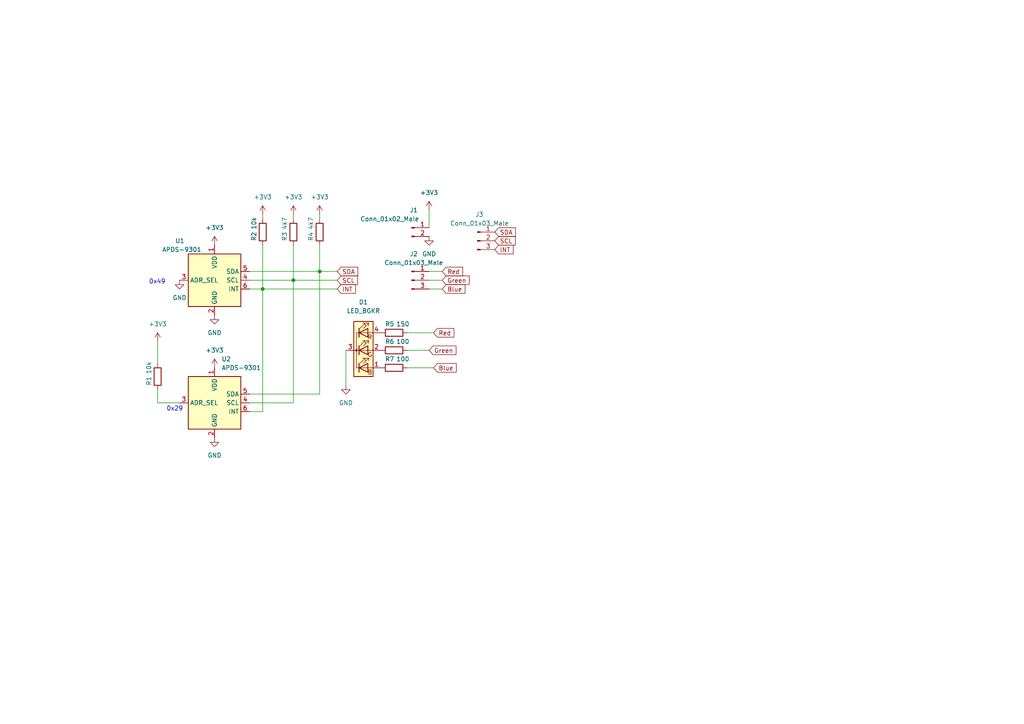
<source format=kicad_sch>
(kicad_sch (version 20211123) (generator eeschema)

  (uuid e63e39d7-6ac0-4ffd-8aa3-1841a4541b55)

  (paper "A4")

  (lib_symbols
    (symbol "Connector:Conn_01x02_Male" (pin_names (offset 1.016) hide) (in_bom yes) (on_board yes)
      (property "Reference" "J" (id 0) (at 0 2.54 0)
        (effects (font (size 1.27 1.27)))
      )
      (property "Value" "Conn_01x02_Male" (id 1) (at 0 -5.08 0)
        (effects (font (size 1.27 1.27)))
      )
      (property "Footprint" "" (id 2) (at 0 0 0)
        (effects (font (size 1.27 1.27)) hide)
      )
      (property "Datasheet" "~" (id 3) (at 0 0 0)
        (effects (font (size 1.27 1.27)) hide)
      )
      (property "ki_keywords" "connector" (id 4) (at 0 0 0)
        (effects (font (size 1.27 1.27)) hide)
      )
      (property "ki_description" "Generic connector, single row, 01x02, script generated (kicad-library-utils/schlib/autogen/connector/)" (id 5) (at 0 0 0)
        (effects (font (size 1.27 1.27)) hide)
      )
      (property "ki_fp_filters" "Connector*:*_1x??_*" (id 6) (at 0 0 0)
        (effects (font (size 1.27 1.27)) hide)
      )
      (symbol "Conn_01x02_Male_1_1"
        (polyline
          (pts
            (xy 1.27 -2.54)
            (xy 0.8636 -2.54)
          )
          (stroke (width 0.1524) (type default) (color 0 0 0 0))
          (fill (type none))
        )
        (polyline
          (pts
            (xy 1.27 0)
            (xy 0.8636 0)
          )
          (stroke (width 0.1524) (type default) (color 0 0 0 0))
          (fill (type none))
        )
        (rectangle (start 0.8636 -2.413) (end 0 -2.667)
          (stroke (width 0.1524) (type default) (color 0 0 0 0))
          (fill (type outline))
        )
        (rectangle (start 0.8636 0.127) (end 0 -0.127)
          (stroke (width 0.1524) (type default) (color 0 0 0 0))
          (fill (type outline))
        )
        (pin passive line (at 5.08 0 180) (length 3.81)
          (name "Pin_1" (effects (font (size 1.27 1.27))))
          (number "1" (effects (font (size 1.27 1.27))))
        )
        (pin passive line (at 5.08 -2.54 180) (length 3.81)
          (name "Pin_2" (effects (font (size 1.27 1.27))))
          (number "2" (effects (font (size 1.27 1.27))))
        )
      )
    )
    (symbol "Connector:Conn_01x03_Male" (pin_names (offset 1.016) hide) (in_bom yes) (on_board yes)
      (property "Reference" "J" (id 0) (at 0 5.08 0)
        (effects (font (size 1.27 1.27)))
      )
      (property "Value" "Conn_01x03_Male" (id 1) (at 0 -5.08 0)
        (effects (font (size 1.27 1.27)))
      )
      (property "Footprint" "" (id 2) (at 0 0 0)
        (effects (font (size 1.27 1.27)) hide)
      )
      (property "Datasheet" "~" (id 3) (at 0 0 0)
        (effects (font (size 1.27 1.27)) hide)
      )
      (property "ki_keywords" "connector" (id 4) (at 0 0 0)
        (effects (font (size 1.27 1.27)) hide)
      )
      (property "ki_description" "Generic connector, single row, 01x03, script generated (kicad-library-utils/schlib/autogen/connector/)" (id 5) (at 0 0 0)
        (effects (font (size 1.27 1.27)) hide)
      )
      (property "ki_fp_filters" "Connector*:*_1x??_*" (id 6) (at 0 0 0)
        (effects (font (size 1.27 1.27)) hide)
      )
      (symbol "Conn_01x03_Male_1_1"
        (polyline
          (pts
            (xy 1.27 -2.54)
            (xy 0.8636 -2.54)
          )
          (stroke (width 0.1524) (type default) (color 0 0 0 0))
          (fill (type none))
        )
        (polyline
          (pts
            (xy 1.27 0)
            (xy 0.8636 0)
          )
          (stroke (width 0.1524) (type default) (color 0 0 0 0))
          (fill (type none))
        )
        (polyline
          (pts
            (xy 1.27 2.54)
            (xy 0.8636 2.54)
          )
          (stroke (width 0.1524) (type default) (color 0 0 0 0))
          (fill (type none))
        )
        (rectangle (start 0.8636 -2.413) (end 0 -2.667)
          (stroke (width 0.1524) (type default) (color 0 0 0 0))
          (fill (type outline))
        )
        (rectangle (start 0.8636 0.127) (end 0 -0.127)
          (stroke (width 0.1524) (type default) (color 0 0 0 0))
          (fill (type outline))
        )
        (rectangle (start 0.8636 2.667) (end 0 2.413)
          (stroke (width 0.1524) (type default) (color 0 0 0 0))
          (fill (type outline))
        )
        (pin passive line (at 5.08 2.54 180) (length 3.81)
          (name "Pin_1" (effects (font (size 1.27 1.27))))
          (number "1" (effects (font (size 1.27 1.27))))
        )
        (pin passive line (at 5.08 0 180) (length 3.81)
          (name "Pin_2" (effects (font (size 1.27 1.27))))
          (number "2" (effects (font (size 1.27 1.27))))
        )
        (pin passive line (at 5.08 -2.54 180) (length 3.81)
          (name "Pin_3" (effects (font (size 1.27 1.27))))
          (number "3" (effects (font (size 1.27 1.27))))
        )
      )
    )
    (symbol "Device:LED_BGKR" (pin_names (offset 0) hide) (in_bom yes) (on_board yes)
      (property "Reference" "D" (id 0) (at 0 9.398 0)
        (effects (font (size 1.27 1.27)))
      )
      (property "Value" "LED_BGKR" (id 1) (at 0 -8.89 0)
        (effects (font (size 1.27 1.27)))
      )
      (property "Footprint" "" (id 2) (at 0 -1.27 0)
        (effects (font (size 1.27 1.27)) hide)
      )
      (property "Datasheet" "~" (id 3) (at 0 -1.27 0)
        (effects (font (size 1.27 1.27)) hide)
      )
      (property "ki_keywords" "LED RGB diode" (id 4) (at 0 0 0)
        (effects (font (size 1.27 1.27)) hide)
      )
      (property "ki_description" "RGB LED, blue/green/cathode/red" (id 5) (at 0 0 0)
        (effects (font (size 1.27 1.27)) hide)
      )
      (property "ki_fp_filters" "LED* LED_SMD:* LED_THT:*" (id 6) (at 0 0 0)
        (effects (font (size 1.27 1.27)) hide)
      )
      (symbol "LED_BGKR_0_0"
        (text "B" (at 1.905 -6.35 0)
          (effects (font (size 1.27 1.27)))
        )
        (text "G" (at 1.905 -1.27 0)
          (effects (font (size 1.27 1.27)))
        )
        (text "R" (at 1.905 3.81 0)
          (effects (font (size 1.27 1.27)))
        )
      )
      (symbol "LED_BGKR_0_1"
        (circle (center -2.032 0) (radius 0.254)
          (stroke (width 0) (type default) (color 0 0 0 0))
          (fill (type outline))
        )
        (polyline
          (pts
            (xy -1.27 -5.08)
            (xy 1.27 -5.08)
          )
          (stroke (width 0) (type default) (color 0 0 0 0))
          (fill (type none))
        )
        (polyline
          (pts
            (xy -1.27 -3.81)
            (xy -1.27 -6.35)
          )
          (stroke (width 0.254) (type default) (color 0 0 0 0))
          (fill (type none))
        )
        (polyline
          (pts
            (xy -1.27 0)
            (xy -2.54 0)
          )
          (stroke (width 0) (type default) (color 0 0 0 0))
          (fill (type none))
        )
        (polyline
          (pts
            (xy -1.27 1.27)
            (xy -1.27 -1.27)
          )
          (stroke (width 0.254) (type default) (color 0 0 0 0))
          (fill (type none))
        )
        (polyline
          (pts
            (xy -1.27 5.08)
            (xy 1.27 5.08)
          )
          (stroke (width 0) (type default) (color 0 0 0 0))
          (fill (type none))
        )
        (polyline
          (pts
            (xy -1.27 6.35)
            (xy -1.27 3.81)
          )
          (stroke (width 0.254) (type default) (color 0 0 0 0))
          (fill (type none))
        )
        (polyline
          (pts
            (xy 1.27 -5.08)
            (xy 2.54 -5.08)
          )
          (stroke (width 0) (type default) (color 0 0 0 0))
          (fill (type none))
        )
        (polyline
          (pts
            (xy 1.27 0)
            (xy -1.27 0)
          )
          (stroke (width 0) (type default) (color 0 0 0 0))
          (fill (type none))
        )
        (polyline
          (pts
            (xy 1.27 0)
            (xy 2.54 0)
          )
          (stroke (width 0) (type default) (color 0 0 0 0))
          (fill (type none))
        )
        (polyline
          (pts
            (xy 1.27 5.08)
            (xy 2.54 5.08)
          )
          (stroke (width 0) (type default) (color 0 0 0 0))
          (fill (type none))
        )
        (polyline
          (pts
            (xy -1.27 1.27)
            (xy -1.27 -1.27)
            (xy -1.27 -1.27)
          )
          (stroke (width 0) (type default) (color 0 0 0 0))
          (fill (type none))
        )
        (polyline
          (pts
            (xy -1.27 6.35)
            (xy -1.27 3.81)
            (xy -1.27 3.81)
          )
          (stroke (width 0) (type default) (color 0 0 0 0))
          (fill (type none))
        )
        (polyline
          (pts
            (xy -1.27 5.08)
            (xy -2.032 5.08)
            (xy -2.032 -5.08)
            (xy -1.016 -5.08)
          )
          (stroke (width 0) (type default) (color 0 0 0 0))
          (fill (type none))
        )
        (polyline
          (pts
            (xy 1.27 -3.81)
            (xy 1.27 -6.35)
            (xy -1.27 -5.08)
            (xy 1.27 -3.81)
          )
          (stroke (width 0.254) (type default) (color 0 0 0 0))
          (fill (type none))
        )
        (polyline
          (pts
            (xy 1.27 1.27)
            (xy 1.27 -1.27)
            (xy -1.27 0)
            (xy 1.27 1.27)
          )
          (stroke (width 0.254) (type default) (color 0 0 0 0))
          (fill (type none))
        )
        (polyline
          (pts
            (xy 1.27 6.35)
            (xy 1.27 3.81)
            (xy -1.27 5.08)
            (xy 1.27 6.35)
          )
          (stroke (width 0.254) (type default) (color 0 0 0 0))
          (fill (type none))
        )
        (polyline
          (pts
            (xy -1.016 -3.81)
            (xy 0.508 -2.286)
            (xy -0.254 -2.286)
            (xy 0.508 -2.286)
            (xy 0.508 -3.048)
          )
          (stroke (width 0) (type default) (color 0 0 0 0))
          (fill (type none))
        )
        (polyline
          (pts
            (xy -1.016 1.27)
            (xy 0.508 2.794)
            (xy -0.254 2.794)
            (xy 0.508 2.794)
            (xy 0.508 2.032)
          )
          (stroke (width 0) (type default) (color 0 0 0 0))
          (fill (type none))
        )
        (polyline
          (pts
            (xy -1.016 6.35)
            (xy 0.508 7.874)
            (xy -0.254 7.874)
            (xy 0.508 7.874)
            (xy 0.508 7.112)
          )
          (stroke (width 0) (type default) (color 0 0 0 0))
          (fill (type none))
        )
        (polyline
          (pts
            (xy 0 -3.81)
            (xy 1.524 -2.286)
            (xy 0.762 -2.286)
            (xy 1.524 -2.286)
            (xy 1.524 -3.048)
          )
          (stroke (width 0) (type default) (color 0 0 0 0))
          (fill (type none))
        )
        (polyline
          (pts
            (xy 0 1.27)
            (xy 1.524 2.794)
            (xy 0.762 2.794)
            (xy 1.524 2.794)
            (xy 1.524 2.032)
          )
          (stroke (width 0) (type default) (color 0 0 0 0))
          (fill (type none))
        )
        (polyline
          (pts
            (xy 0 6.35)
            (xy 1.524 7.874)
            (xy 0.762 7.874)
            (xy 1.524 7.874)
            (xy 1.524 7.112)
          )
          (stroke (width 0) (type default) (color 0 0 0 0))
          (fill (type none))
        )
        (rectangle (start 1.27 -1.27) (end 1.27 1.27)
          (stroke (width 0) (type default) (color 0 0 0 0))
          (fill (type none))
        )
        (rectangle (start 1.27 1.27) (end 1.27 1.27)
          (stroke (width 0) (type default) (color 0 0 0 0))
          (fill (type none))
        )
        (rectangle (start 1.27 3.81) (end 1.27 6.35)
          (stroke (width 0) (type default) (color 0 0 0 0))
          (fill (type none))
        )
        (rectangle (start 1.27 6.35) (end 1.27 6.35)
          (stroke (width 0) (type default) (color 0 0 0 0))
          (fill (type none))
        )
        (rectangle (start 2.794 8.382) (end -2.794 -7.62)
          (stroke (width 0.254) (type default) (color 0 0 0 0))
          (fill (type background))
        )
      )
      (symbol "LED_BGKR_1_1"
        (pin passive line (at 5.08 -5.08 180) (length 2.54)
          (name "BA" (effects (font (size 1.27 1.27))))
          (number "1" (effects (font (size 1.27 1.27))))
        )
        (pin passive line (at 5.08 0 180) (length 2.54)
          (name "GA" (effects (font (size 1.27 1.27))))
          (number "2" (effects (font (size 1.27 1.27))))
        )
        (pin passive line (at -5.08 0 0) (length 2.54)
          (name "K" (effects (font (size 1.27 1.27))))
          (number "3" (effects (font (size 1.27 1.27))))
        )
        (pin passive line (at 5.08 5.08 180) (length 2.54)
          (name "RA" (effects (font (size 1.27 1.27))))
          (number "4" (effects (font (size 1.27 1.27))))
        )
      )
    )
    (symbol "Device:R" (pin_numbers hide) (pin_names (offset 0)) (in_bom yes) (on_board yes)
      (property "Reference" "R" (id 0) (at 2.032 0 90)
        (effects (font (size 1.27 1.27)))
      )
      (property "Value" "R" (id 1) (at 0 0 90)
        (effects (font (size 1.27 1.27)))
      )
      (property "Footprint" "" (id 2) (at -1.778 0 90)
        (effects (font (size 1.27 1.27)) hide)
      )
      (property "Datasheet" "~" (id 3) (at 0 0 0)
        (effects (font (size 1.27 1.27)) hide)
      )
      (property "ki_keywords" "R res resistor" (id 4) (at 0 0 0)
        (effects (font (size 1.27 1.27)) hide)
      )
      (property "ki_description" "Resistor" (id 5) (at 0 0 0)
        (effects (font (size 1.27 1.27)) hide)
      )
      (property "ki_fp_filters" "R_*" (id 6) (at 0 0 0)
        (effects (font (size 1.27 1.27)) hide)
      )
      (symbol "R_0_1"
        (rectangle (start -1.016 -2.54) (end 1.016 2.54)
          (stroke (width 0.254) (type default) (color 0 0 0 0))
          (fill (type none))
        )
      )
      (symbol "R_1_1"
        (pin passive line (at 0 3.81 270) (length 1.27)
          (name "~" (effects (font (size 1.27 1.27))))
          (number "1" (effects (font (size 1.27 1.27))))
        )
        (pin passive line (at 0 -3.81 90) (length 1.27)
          (name "~" (effects (font (size 1.27 1.27))))
          (number "2" (effects (font (size 1.27 1.27))))
        )
      )
    )
    (symbol "Sensor_Optical:APDS-9301" (in_bom yes) (on_board yes)
      (property "Reference" "U" (id 0) (at -7.62 8.89 0)
        (effects (font (size 1.27 1.27)) (justify left))
      )
      (property "Value" "APDS-9301" (id 1) (at 1.27 8.89 0)
        (effects (font (size 1.27 1.27)) (justify left))
      )
      (property "Footprint" "OptoDevice:Broadcom_APDS-9301" (id 2) (at 0 11.43 0)
        (effects (font (size 1.27 1.27)) hide)
      )
      (property "Datasheet" "https://docs.broadcom.com/docs/AV02-2315EN" (id 3) (at -7.62 8.89 0)
        (effects (font (size 1.27 1.27)) hide)
      )
      (property "ki_keywords" "ambient light sensor i2c" (id 4) (at 0 0 0)
        (effects (font (size 1.27 1.27)) hide)
      )
      (property "ki_description" "ambient light sensor, i2c interface, 2.7-3.6V" (id 5) (at 0 0 0)
        (effects (font (size 1.27 1.27)) hide)
      )
      (property "ki_fp_filters" "Broadcom*APDS*9301*" (id 6) (at 0 0 0)
        (effects (font (size 1.27 1.27)) hide)
      )
      (symbol "APDS-9301_0_1"
        (rectangle (start -7.62 7.62) (end 7.62 -7.62)
          (stroke (width 0.254) (type default) (color 0 0 0 0))
          (fill (type background))
        )
      )
      (symbol "APDS-9301_1_1"
        (pin power_in line (at 0 10.16 270) (length 2.54)
          (name "VDD" (effects (font (size 1.27 1.27))))
          (number "1" (effects (font (size 1.27 1.27))))
        )
        (pin power_in line (at 0 -10.16 90) (length 2.54)
          (name "GND" (effects (font (size 1.27 1.27))))
          (number "2" (effects (font (size 1.27 1.27))))
        )
        (pin input line (at -10.16 0 0) (length 2.54)
          (name "ADR_SEL" (effects (font (size 1.27 1.27))))
          (number "3" (effects (font (size 1.27 1.27))))
        )
        (pin input line (at 10.16 0 180) (length 2.54)
          (name "SCL" (effects (font (size 1.27 1.27))))
          (number "4" (effects (font (size 1.27 1.27))))
        )
        (pin bidirectional line (at 10.16 2.54 180) (length 2.54)
          (name "SDA" (effects (font (size 1.27 1.27))))
          (number "5" (effects (font (size 1.27 1.27))))
        )
        (pin open_collector line (at 10.16 -2.54 180) (length 2.54)
          (name "INT" (effects (font (size 1.27 1.27))))
          (number "6" (effects (font (size 1.27 1.27))))
        )
      )
    )
    (symbol "power:+3.3V" (power) (pin_names (offset 0)) (in_bom yes) (on_board yes)
      (property "Reference" "#PWR" (id 0) (at 0 -3.81 0)
        (effects (font (size 1.27 1.27)) hide)
      )
      (property "Value" "+3.3V" (id 1) (at 0 3.556 0)
        (effects (font (size 1.27 1.27)))
      )
      (property "Footprint" "" (id 2) (at 0 0 0)
        (effects (font (size 1.27 1.27)) hide)
      )
      (property "Datasheet" "" (id 3) (at 0 0 0)
        (effects (font (size 1.27 1.27)) hide)
      )
      (property "ki_keywords" "power-flag" (id 4) (at 0 0 0)
        (effects (font (size 1.27 1.27)) hide)
      )
      (property "ki_description" "Power symbol creates a global label with name \"+3.3V\"" (id 5) (at 0 0 0)
        (effects (font (size 1.27 1.27)) hide)
      )
      (symbol "+3.3V_0_1"
        (polyline
          (pts
            (xy -0.762 1.27)
            (xy 0 2.54)
          )
          (stroke (width 0) (type default) (color 0 0 0 0))
          (fill (type none))
        )
        (polyline
          (pts
            (xy 0 0)
            (xy 0 2.54)
          )
          (stroke (width 0) (type default) (color 0 0 0 0))
          (fill (type none))
        )
        (polyline
          (pts
            (xy 0 2.54)
            (xy 0.762 1.27)
          )
          (stroke (width 0) (type default) (color 0 0 0 0))
          (fill (type none))
        )
      )
      (symbol "+3.3V_1_1"
        (pin power_in line (at 0 0 90) (length 0) hide
          (name "+3V3" (effects (font (size 1.27 1.27))))
          (number "1" (effects (font (size 1.27 1.27))))
        )
      )
    )
    (symbol "power:GND" (power) (pin_names (offset 0)) (in_bom yes) (on_board yes)
      (property "Reference" "#PWR" (id 0) (at 0 -6.35 0)
        (effects (font (size 1.27 1.27)) hide)
      )
      (property "Value" "GND" (id 1) (at 0 -3.81 0)
        (effects (font (size 1.27 1.27)))
      )
      (property "Footprint" "" (id 2) (at 0 0 0)
        (effects (font (size 1.27 1.27)) hide)
      )
      (property "Datasheet" "" (id 3) (at 0 0 0)
        (effects (font (size 1.27 1.27)) hide)
      )
      (property "ki_keywords" "power-flag" (id 4) (at 0 0 0)
        (effects (font (size 1.27 1.27)) hide)
      )
      (property "ki_description" "Power symbol creates a global label with name \"GND\" , ground" (id 5) (at 0 0 0)
        (effects (font (size 1.27 1.27)) hide)
      )
      (symbol "GND_0_1"
        (polyline
          (pts
            (xy 0 0)
            (xy 0 -1.27)
            (xy 1.27 -1.27)
            (xy 0 -2.54)
            (xy -1.27 -1.27)
            (xy 0 -1.27)
          )
          (stroke (width 0) (type default) (color 0 0 0 0))
          (fill (type none))
        )
      )
      (symbol "GND_1_1"
        (pin power_in line (at 0 0 270) (length 0) hide
          (name "GND" (effects (font (size 1.27 1.27))))
          (number "1" (effects (font (size 1.27 1.27))))
        )
      )
    )
  )

  (junction (at 85.09 81.28) (diameter 0) (color 0 0 0 0)
    (uuid 02835e28-b9c5-4e2e-9833-adf2a38ba37e)
  )
  (junction (at 76.2 83.82) (diameter 0) (color 0 0 0 0)
    (uuid 501707fc-1abe-40d9-99c3-5483baff8086)
  )
  (junction (at 92.71 78.74) (diameter 0) (color 0 0 0 0)
    (uuid fc9d6365-a0b2-4d83-beb7-408c94111231)
  )

  (wire (pts (xy 85.09 81.28) (xy 97.79 81.28))
    (stroke (width 0) (type default) (color 0 0 0 0))
    (uuid 176ba169-70b7-4161-87fb-634e5ad229af)
  )
  (wire (pts (xy 128.27 81.28) (xy 124.46 81.28))
    (stroke (width 0) (type default) (color 0 0 0 0))
    (uuid 2162d0e0-a658-4c16-b662-c0af9888ecfe)
  )
  (wire (pts (xy 76.2 83.82) (xy 97.79 83.82))
    (stroke (width 0) (type default) (color 0 0 0 0))
    (uuid 3321feb0-e25c-48f1-b417-843cc0d0fc5d)
  )
  (wire (pts (xy 92.71 78.74) (xy 92.71 114.3))
    (stroke (width 0) (type default) (color 0 0 0 0))
    (uuid 351cb9af-dd22-437a-ad96-891dc7be1189)
  )
  (wire (pts (xy 76.2 83.82) (xy 76.2 71.12))
    (stroke (width 0) (type default) (color 0 0 0 0))
    (uuid 5264244d-cbbc-4010-8cf2-2b5b4eb1bded)
  )
  (wire (pts (xy 52.07 116.84) (xy 45.72 116.84))
    (stroke (width 0) (type default) (color 0 0 0 0))
    (uuid 53e4d3a2-82ef-4048-9962-23eb968faa8d)
  )
  (wire (pts (xy 72.39 119.38) (xy 76.2 119.38))
    (stroke (width 0) (type default) (color 0 0 0 0))
    (uuid 6126629f-0044-4e7e-abe7-523c6a46c8bf)
  )
  (wire (pts (xy 125.73 106.68) (xy 118.11 106.68))
    (stroke (width 0) (type default) (color 0 0 0 0))
    (uuid 6edc097b-4a31-489d-b37a-9503204c8e4d)
  )
  (wire (pts (xy 72.39 83.82) (xy 76.2 83.82))
    (stroke (width 0) (type default) (color 0 0 0 0))
    (uuid 6f76d778-2cc4-4333-9c8b-2e7e37872da8)
  )
  (wire (pts (xy 124.46 101.6) (xy 118.11 101.6))
    (stroke (width 0) (type default) (color 0 0 0 0))
    (uuid 75fcc842-d14e-468c-92f5-42c275579feb)
  )
  (wire (pts (xy 92.71 71.12) (xy 92.71 78.74))
    (stroke (width 0) (type default) (color 0 0 0 0))
    (uuid 7f43bacc-d6bc-4e3a-af50-3d72f4249f36)
  )
  (wire (pts (xy 124.46 60.96) (xy 124.46 66.04))
    (stroke (width 0) (type default) (color 0 0 0 0))
    (uuid 841b60a4-3888-4360-a243-d963cd11ff0b)
  )
  (wire (pts (xy 128.27 78.74) (xy 124.46 78.74))
    (stroke (width 0) (type default) (color 0 0 0 0))
    (uuid 86cf2330-d200-43eb-aba9-389c9970db3b)
  )
  (wire (pts (xy 72.39 81.28) (xy 85.09 81.28))
    (stroke (width 0) (type default) (color 0 0 0 0))
    (uuid 8fbc601d-d50c-414f-b2b8-e859847a0e92)
  )
  (wire (pts (xy 92.71 78.74) (xy 97.79 78.74))
    (stroke (width 0) (type default) (color 0 0 0 0))
    (uuid 9997c087-e25d-43f8-aecb-1bdb96a58e33)
  )
  (wire (pts (xy 72.39 114.3) (xy 92.71 114.3))
    (stroke (width 0) (type default) (color 0 0 0 0))
    (uuid a4e959b0-de5b-4bd5-8fcf-d525d697b260)
  )
  (wire (pts (xy 72.39 78.74) (xy 92.71 78.74))
    (stroke (width 0) (type default) (color 0 0 0 0))
    (uuid b1dc48c4-9e9e-4274-a9a1-ac7eb784c3bd)
  )
  (wire (pts (xy 76.2 83.82) (xy 76.2 119.38))
    (stroke (width 0) (type default) (color 0 0 0 0))
    (uuid c06c5995-c480-4e0d-9b6c-71a6bfd15f66)
  )
  (wire (pts (xy 45.72 99.06) (xy 45.72 105.41))
    (stroke (width 0) (type default) (color 0 0 0 0))
    (uuid c906bf2b-5cd4-4a57-9460-5a54f1c6dfb5)
  )
  (wire (pts (xy 85.09 71.12) (xy 85.09 81.28))
    (stroke (width 0) (type default) (color 0 0 0 0))
    (uuid dcd5a8c6-fc31-4414-ade1-bd42ed49d549)
  )
  (wire (pts (xy 92.71 62.23) (xy 92.71 63.5))
    (stroke (width 0) (type default) (color 0 0 0 0))
    (uuid de9968b5-0c60-4ad8-a5a2-3b47d1cc60ae)
  )
  (wire (pts (xy 76.2 63.5) (xy 76.2 62.23))
    (stroke (width 0) (type default) (color 0 0 0 0))
    (uuid df621102-de92-4404-b6ad-6ccbacd6ba6d)
  )
  (wire (pts (xy 72.39 116.84) (xy 85.09 116.84))
    (stroke (width 0) (type default) (color 0 0 0 0))
    (uuid e728e8e4-aa65-43b6-8dba-3b9d4170f52b)
  )
  (wire (pts (xy 85.09 62.23) (xy 85.09 63.5))
    (stroke (width 0) (type default) (color 0 0 0 0))
    (uuid ea1e58a3-f0b3-40ba-b236-023bb61b130e)
  )
  (wire (pts (xy 45.72 113.03) (xy 45.72 116.84))
    (stroke (width 0) (type default) (color 0 0 0 0))
    (uuid eb79e807-8973-4604-a3d0-f14f8922ae8f)
  )
  (wire (pts (xy 125.73 96.52) (xy 118.11 96.52))
    (stroke (width 0) (type default) (color 0 0 0 0))
    (uuid ec632386-97c2-41be-92d7-bf7b4a959b96)
  )
  (wire (pts (xy 128.27 83.82) (xy 124.46 83.82))
    (stroke (width 0) (type default) (color 0 0 0 0))
    (uuid ee6db436-4804-4ef4-ab3b-3f51156a1cdb)
  )
  (wire (pts (xy 85.09 81.28) (xy 85.09 116.84))
    (stroke (width 0) (type default) (color 0 0 0 0))
    (uuid f09bd2de-55af-466a-88b8-76cd8b5d859f)
  )
  (wire (pts (xy 100.33 111.76) (xy 100.33 101.6))
    (stroke (width 0) (type default) (color 0 0 0 0))
    (uuid ff9f668b-d408-4476-b970-db87b66fbb15)
  )

  (text "0x29" (at 48.26 119.38 0)
    (effects (font (size 1.27 1.27)) (justify left bottom))
    (uuid 56dbedfd-c9f0-49fc-b010-9154f097bbeb)
  )
  (text "0x49" (at 43.18 82.55 0)
    (effects (font (size 1.27 1.27)) (justify left bottom))
    (uuid d6e64367-2ff5-45a5-b118-32db1472efe5)
  )

  (global_label "SCL" (shape input) (at 97.79 81.28 0) (fields_autoplaced)
    (effects (font (size 1.27 1.27)) (justify left))
    (uuid 0555cec9-dd44-4d33-9f52-bbf457533852)
    (property "Intersheet References" "${INTERSHEET_REFS}" (id 0) (at 103.7107 81.2006 0)
      (effects (font (size 1.27 1.27)) (justify left) hide)
    )
  )
  (global_label "Blue" (shape input) (at 125.73 106.68 0) (fields_autoplaced)
    (effects (font (size 1.27 1.27)) (justify left))
    (uuid 11412696-bc50-4fc0-9b1b-edd9a61e2aa4)
    (property "Intersheet References" "${INTERSHEET_REFS}" (id 0) (at 132.316 106.6006 0)
      (effects (font (size 1.27 1.27)) (justify left) hide)
    )
  )
  (global_label "INT" (shape input) (at 97.79 83.82 0) (fields_autoplaced)
    (effects (font (size 1.27 1.27)) (justify left))
    (uuid 2603aacd-9e2b-4901-98f4-eefd7a3a8b3b)
    (property "Intersheet References" "${INTERSHEET_REFS}" (id 0) (at 103.106 83.7406 0)
      (effects (font (size 1.27 1.27)) (justify left) hide)
    )
  )
  (global_label "Green" (shape input) (at 128.27 81.28 0) (fields_autoplaced)
    (effects (font (size 1.27 1.27)) (justify left))
    (uuid 2ae0b3bb-76ec-43ca-b5a4-e99f3bafd137)
    (property "Intersheet References" "${INTERSHEET_REFS}" (id 0) (at 136.0655 81.2006 0)
      (effects (font (size 1.27 1.27)) (justify left) hide)
    )
  )
  (global_label "SCL" (shape input) (at 143.51 69.85 0) (fields_autoplaced)
    (effects (font (size 1.27 1.27)) (justify left))
    (uuid 7132583d-f1d0-445c-8949-ef7a4b69e190)
    (property "Intersheet References" "${INTERSHEET_REFS}" (id 0) (at 149.4307 69.7706 0)
      (effects (font (size 1.27 1.27)) (justify left) hide)
    )
  )
  (global_label "SDA" (shape input) (at 97.79 78.74 0) (fields_autoplaced)
    (effects (font (size 1.27 1.27)) (justify left))
    (uuid 7d0329c4-2d74-4294-9b67-e4a275920b9e)
    (property "Intersheet References" "${INTERSHEET_REFS}" (id 0) (at 103.7712 78.6606 0)
      (effects (font (size 1.27 1.27)) (justify left) hide)
    )
  )
  (global_label "SDA" (shape input) (at 143.51 67.31 0) (fields_autoplaced)
    (effects (font (size 1.27 1.27)) (justify left))
    (uuid a1cc117b-7f3b-4bb4-b799-ffb65a4562a0)
    (property "Intersheet References" "${INTERSHEET_REFS}" (id 0) (at 149.4912 67.2306 0)
      (effects (font (size 1.27 1.27)) (justify left) hide)
    )
  )
  (global_label "INT" (shape input) (at 143.51 72.39 0) (fields_autoplaced)
    (effects (font (size 1.27 1.27)) (justify left))
    (uuid a254a0c6-4b41-4526-b7ab-03770937ebdb)
    (property "Intersheet References" "${INTERSHEET_REFS}" (id 0) (at 148.826 72.3106 0)
      (effects (font (size 1.27 1.27)) (justify left) hide)
    )
  )
  (global_label "Red" (shape input) (at 125.73 96.52 0) (fields_autoplaced)
    (effects (font (size 1.27 1.27)) (justify left))
    (uuid d4418d92-40e1-4131-8ed2-7362ce6217cb)
    (property "Intersheet References" "${INTERSHEET_REFS}" (id 0) (at 131.6507 96.4406 0)
      (effects (font (size 1.27 1.27)) (justify left) hide)
    )
  )
  (global_label "Green" (shape input) (at 124.46 101.6 0) (fields_autoplaced)
    (effects (font (size 1.27 1.27)) (justify left))
    (uuid eb81c8b4-dc23-40ac-a010-b41bed5965b9)
    (property "Intersheet References" "${INTERSHEET_REFS}" (id 0) (at 132.2555 101.5206 0)
      (effects (font (size 1.27 1.27)) (justify left) hide)
    )
  )
  (global_label "Red" (shape input) (at 128.27 78.74 0) (fields_autoplaced)
    (effects (font (size 1.27 1.27)) (justify left))
    (uuid fd98c09d-c6c6-4afc-9b49-80655fecefd5)
    (property "Intersheet References" "${INTERSHEET_REFS}" (id 0) (at 134.1907 78.6606 0)
      (effects (font (size 1.27 1.27)) (justify left) hide)
    )
  )
  (global_label "Blue" (shape input) (at 128.27 83.82 0) (fields_autoplaced)
    (effects (font (size 1.27 1.27)) (justify left))
    (uuid fd9b2260-a91d-4ed5-b9b2-5390cce2fddb)
    (property "Intersheet References" "${INTERSHEET_REFS}" (id 0) (at 134.856 83.7406 0)
      (effects (font (size 1.27 1.27)) (justify left) hide)
    )
  )

  (symbol (lib_id "power:+3.3V") (at 92.71 62.23 0) (unit 1)
    (in_bom yes) (on_board yes) (fields_autoplaced)
    (uuid 0a5f31bf-3e18-44bb-8901-66d47f0460c9)
    (property "Reference" "#PWR09" (id 0) (at 92.71 66.04 0)
      (effects (font (size 1.27 1.27)) hide)
    )
    (property "Value" "+3.3V" (id 1) (at 92.71 57.15 0))
    (property "Footprint" "" (id 2) (at 92.71 62.23 0)
      (effects (font (size 1.27 1.27)) hide)
    )
    (property "Datasheet" "" (id 3) (at 92.71 62.23 0)
      (effects (font (size 1.27 1.27)) hide)
    )
    (pin "1" (uuid c110171c-0bed-4363-a893-ad49018c0cdb))
  )

  (symbol (lib_id "power:GND") (at 62.23 91.44 0) (unit 1)
    (in_bom yes) (on_board yes) (fields_autoplaced)
    (uuid 0d2f3c2e-b0b6-46e3-b68c-fcde6cc74d68)
    (property "Reference" "#PWR04" (id 0) (at 62.23 97.79 0)
      (effects (font (size 1.27 1.27)) hide)
    )
    (property "Value" "GND" (id 1) (at 62.23 96.52 0))
    (property "Footprint" "" (id 2) (at 62.23 91.44 0)
      (effects (font (size 1.27 1.27)) hide)
    )
    (property "Datasheet" "" (id 3) (at 62.23 91.44 0)
      (effects (font (size 1.27 1.27)) hide)
    )
    (pin "1" (uuid a039598d-b4bf-41c9-bb5d-5731a11b0e9a))
  )

  (symbol (lib_id "power:+3.3V") (at 76.2 62.23 0) (unit 1)
    (in_bom yes) (on_board yes)
    (uuid 1412a4c7-6f7c-49ba-aae0-0f53927bba35)
    (property "Reference" "#PWR07" (id 0) (at 76.2 66.04 0)
      (effects (font (size 1.27 1.27)) hide)
    )
    (property "Value" "+3.3V" (id 1) (at 76.2 57.15 0))
    (property "Footprint" "" (id 2) (at 76.2 62.23 0)
      (effects (font (size 1.27 1.27)) hide)
    )
    (property "Datasheet" "" (id 3) (at 76.2 62.23 0)
      (effects (font (size 1.27 1.27)) hide)
    )
    (pin "1" (uuid 3b5c3a16-4f64-46ad-840e-70ae75376b06))
  )

  (symbol (lib_id "power:+3.3V") (at 62.23 106.68 0) (unit 1)
    (in_bom yes) (on_board yes) (fields_autoplaced)
    (uuid 1baebc0d-31bb-48b8-adf8-ab0e95501414)
    (property "Reference" "#PWR05" (id 0) (at 62.23 110.49 0)
      (effects (font (size 1.27 1.27)) hide)
    )
    (property "Value" "+3.3V" (id 1) (at 62.23 101.6 0))
    (property "Footprint" "" (id 2) (at 62.23 106.68 0)
      (effects (font (size 1.27 1.27)) hide)
    )
    (property "Datasheet" "" (id 3) (at 62.23 106.68 0)
      (effects (font (size 1.27 1.27)) hide)
    )
    (pin "1" (uuid fb110e4e-dea7-4405-9afd-55024b1e778b))
  )

  (symbol (lib_id "power:+3.3V") (at 45.72 99.06 0) (unit 1)
    (in_bom yes) (on_board yes) (fields_autoplaced)
    (uuid 285cf5b5-2725-4c70-b665-df04d7773d6d)
    (property "Reference" "#PWR01" (id 0) (at 45.72 102.87 0)
      (effects (font (size 1.27 1.27)) hide)
    )
    (property "Value" "+3.3V" (id 1) (at 45.72 93.98 0))
    (property "Footprint" "" (id 2) (at 45.72 99.06 0)
      (effects (font (size 1.27 1.27)) hide)
    )
    (property "Datasheet" "" (id 3) (at 45.72 99.06 0)
      (effects (font (size 1.27 1.27)) hide)
    )
    (pin "1" (uuid 88a5bffb-d573-4eec-af12-4d40818b5058))
  )

  (symbol (lib_id "power:GND") (at 62.23 127 0) (unit 1)
    (in_bom yes) (on_board yes) (fields_autoplaced)
    (uuid 572a3f0e-c64b-4e67-94a6-6ff4dbee2579)
    (property "Reference" "#PWR06" (id 0) (at 62.23 133.35 0)
      (effects (font (size 1.27 1.27)) hide)
    )
    (property "Value" "GND" (id 1) (at 62.23 132.08 0))
    (property "Footprint" "" (id 2) (at 62.23 127 0)
      (effects (font (size 1.27 1.27)) hide)
    )
    (property "Datasheet" "" (id 3) (at 62.23 127 0)
      (effects (font (size 1.27 1.27)) hide)
    )
    (pin "1" (uuid b34c095e-0a33-4dc4-a957-421ea1d68830))
  )

  (symbol (lib_id "Sensor_Optical:APDS-9301") (at 62.23 116.84 0) (unit 1)
    (in_bom yes) (on_board yes) (fields_autoplaced)
    (uuid 58a03e4e-fcf5-44e9-b1ca-213b7e589c9e)
    (property "Reference" "U2" (id 0) (at 64.2494 104.14 0)
      (effects (font (size 1.27 1.27)) (justify left))
    )
    (property "Value" "APDS-9301" (id 1) (at 64.2494 106.68 0)
      (effects (font (size 1.27 1.27)) (justify left))
    )
    (property "Footprint" "OptoDevice:Osram_SFH9x0x" (id 2) (at 62.23 105.41 0)
      (effects (font (size 1.27 1.27)) hide)
    )
    (property "Datasheet" "https://docs.broadcom.com/docs/AV02-2315EN" (id 3) (at 54.61 107.95 0)
      (effects (font (size 1.27 1.27)) hide)
    )
    (pin "1" (uuid 7be65997-9d57-4792-b077-9b4d5fb73fee))
    (pin "2" (uuid 9220fdd0-1689-4d75-8c49-f176ef5d25b3))
    (pin "3" (uuid c5d3eff9-fbb1-45d2-92a7-1e92d98c64c9))
    (pin "4" (uuid ed862585-d199-4b7b-a8e9-57cdb28556a0))
    (pin "5" (uuid 158aa725-c007-4ee9-988e-d160b1fafba0))
    (pin "6" (uuid d7df58ca-394f-42b6-bf08-ec38f12e41cd))
  )

  (symbol (lib_id "Device:R") (at 76.2 67.31 180) (unit 1)
    (in_bom yes) (on_board yes)
    (uuid 599dfcbf-21c6-4dea-b075-d1883b683eb4)
    (property "Reference" "R2" (id 0) (at 73.66 68.58 90))
    (property "Value" "10k" (id 1) (at 73.66 64.77 90))
    (property "Footprint" "Resistor_SMD:R_0603_1608Metric" (id 2) (at 77.978 67.31 90)
      (effects (font (size 1.27 1.27)) hide)
    )
    (property "Datasheet" "~" (id 3) (at 76.2 67.31 0)
      (effects (font (size 1.27 1.27)) hide)
    )
    (pin "1" (uuid c843059f-6d2a-4bba-a0be-8ade53f72758))
    (pin "2" (uuid e2f0faed-8d4c-4ebb-9dd1-04f846d15c60))
  )

  (symbol (lib_id "power:GND") (at 100.33 111.76 0) (unit 1)
    (in_bom yes) (on_board yes) (fields_autoplaced)
    (uuid 5e3bdebc-7a95-4835-9baf-e58899a1e963)
    (property "Reference" "#PWR010" (id 0) (at 100.33 118.11 0)
      (effects (font (size 1.27 1.27)) hide)
    )
    (property "Value" "GND" (id 1) (at 100.33 116.84 0))
    (property "Footprint" "" (id 2) (at 100.33 111.76 0)
      (effects (font (size 1.27 1.27)) hide)
    )
    (property "Datasheet" "" (id 3) (at 100.33 111.76 0)
      (effects (font (size 1.27 1.27)) hide)
    )
    (pin "1" (uuid d3990e41-1d1d-4db0-9c68-57e5b4fcc48c))
  )

  (symbol (lib_id "power:+3.3V") (at 124.46 60.96 0) (unit 1)
    (in_bom yes) (on_board yes) (fields_autoplaced)
    (uuid 6c682425-6a04-4920-8b7d-9654be44163c)
    (property "Reference" "#PWR011" (id 0) (at 124.46 64.77 0)
      (effects (font (size 1.27 1.27)) hide)
    )
    (property "Value" "+3.3V" (id 1) (at 124.46 55.88 0))
    (property "Footprint" "" (id 2) (at 124.46 60.96 0)
      (effects (font (size 1.27 1.27)) hide)
    )
    (property "Datasheet" "" (id 3) (at 124.46 60.96 0)
      (effects (font (size 1.27 1.27)) hide)
    )
    (pin "1" (uuid 2f4c0f76-7b0c-416a-8704-585e230e63d0))
  )

  (symbol (lib_id "power:GND") (at 124.46 68.58 0) (unit 1)
    (in_bom yes) (on_board yes) (fields_autoplaced)
    (uuid 70c74f0b-2df5-43ea-9b5b-c4b7ed00cac4)
    (property "Reference" "#PWR012" (id 0) (at 124.46 74.93 0)
      (effects (font (size 1.27 1.27)) hide)
    )
    (property "Value" "GND" (id 1) (at 124.46 73.66 0))
    (property "Footprint" "" (id 2) (at 124.46 68.58 0)
      (effects (font (size 1.27 1.27)) hide)
    )
    (property "Datasheet" "" (id 3) (at 124.46 68.58 0)
      (effects (font (size 1.27 1.27)) hide)
    )
    (pin "1" (uuid 7dd5c038-27c7-4295-8d9c-b0550815b213))
  )

  (symbol (lib_id "power:GND") (at 52.07 81.28 0) (unit 1)
    (in_bom yes) (on_board yes) (fields_autoplaced)
    (uuid 8afd9dbe-1a8c-4ef6-b759-618d25786d7d)
    (property "Reference" "#PWR02" (id 0) (at 52.07 87.63 0)
      (effects (font (size 1.27 1.27)) hide)
    )
    (property "Value" "GND" (id 1) (at 52.07 86.36 0))
    (property "Footprint" "" (id 2) (at 52.07 81.28 0)
      (effects (font (size 1.27 1.27)) hide)
    )
    (property "Datasheet" "" (id 3) (at 52.07 81.28 0)
      (effects (font (size 1.27 1.27)) hide)
    )
    (pin "1" (uuid d800b646-0a1b-4e5c-b92f-119c4528b715))
  )

  (symbol (lib_id "Device:R") (at 92.71 67.31 180) (unit 1)
    (in_bom yes) (on_board yes)
    (uuid 8ed44329-62f7-40ef-86a0-d1dab8bcffc0)
    (property "Reference" "R4" (id 0) (at 90.17 68.58 90))
    (property "Value" "4k7" (id 1) (at 90.17 64.77 90))
    (property "Footprint" "Resistor_SMD:R_0603_1608Metric" (id 2) (at 94.488 67.31 90)
      (effects (font (size 1.27 1.27)) hide)
    )
    (property "Datasheet" "~" (id 3) (at 92.71 67.31 0)
      (effects (font (size 1.27 1.27)) hide)
    )
    (pin "1" (uuid d3f152b7-eb09-4139-81f1-76a8dd22dd2b))
    (pin "2" (uuid a52ce1bc-2ac0-4751-b9bf-c5e67b88f83a))
  )

  (symbol (lib_id "Device:LED_BGKR") (at 105.41 101.6 0) (unit 1)
    (in_bom yes) (on_board yes) (fields_autoplaced)
    (uuid 96ca84c5-f5e4-4952-9280-357fb06f3a9e)
    (property "Reference" "D1" (id 0) (at 105.41 87.63 0))
    (property "Value" "LED_BGKR" (id 1) (at 105.41 90.17 0))
    (property "Footprint" "LED_SMD:LED_SK6812_PLCC4_5.0x5.0mm_P3.2mm" (id 2) (at 105.41 102.87 0)
      (effects (font (size 1.27 1.27)) hide)
    )
    (property "Datasheet" "~" (id 3) (at 105.41 102.87 0)
      (effects (font (size 1.27 1.27)) hide)
    )
    (pin "1" (uuid 587762f6-b094-4d15-95df-c007ea8d37c7))
    (pin "2" (uuid afe4ddf5-c76d-4572-81d0-330059d750fb))
    (pin "3" (uuid fa08bbd8-3032-43ad-9224-891f0af2094e))
    (pin "4" (uuid c1b9de0f-f5c7-4984-a5ab-5f85e10e3256))
  )

  (symbol (lib_id "Connector:Conn_01x02_Male") (at 119.38 66.04 0) (unit 1)
    (in_bom yes) (on_board yes)
    (uuid 9cb0289b-897f-4a33-9575-6ead0989832a)
    (property "Reference" "J1" (id 0) (at 120.015 60.96 0))
    (property "Value" "Conn_01x02_Male" (id 1) (at 113.03 63.5 0))
    (property "Footprint" "Connector_PinHeader_1.00mm:PinHeader_1x02_P1.00mm_Horizontal" (id 2) (at 119.38 66.04 0)
      (effects (font (size 1.27 1.27)) hide)
    )
    (property "Datasheet" "~" (id 3) (at 119.38 66.04 0)
      (effects (font (size 1.27 1.27)) hide)
    )
    (pin "1" (uuid 23d269d6-d694-442a-bf5d-98bf3544fc31))
    (pin "2" (uuid d1ea7795-8403-4edb-b959-1b29f77ed16f))
  )

  (symbol (lib_id "Device:R") (at 45.72 109.22 180) (unit 1)
    (in_bom yes) (on_board yes)
    (uuid b14196f6-6796-4809-a175-ab62b57ce8cb)
    (property "Reference" "R1" (id 0) (at 43.18 110.49 90))
    (property "Value" "10k" (id 1) (at 43.18 106.68 90))
    (property "Footprint" "Resistor_SMD:R_0603_1608Metric" (id 2) (at 47.498 109.22 90)
      (effects (font (size 1.27 1.27)) hide)
    )
    (property "Datasheet" "~" (id 3) (at 45.72 109.22 0)
      (effects (font (size 1.27 1.27)) hide)
    )
    (pin "1" (uuid 50926247-11cd-44e2-aa43-feeff2111293))
    (pin "2" (uuid f3257ca0-c5cc-4515-9412-466b4377404b))
  )

  (symbol (lib_id "Connector:Conn_01x03_Male") (at 138.43 69.85 0) (unit 1)
    (in_bom yes) (on_board yes) (fields_autoplaced)
    (uuid b64e0a2e-4488-4f9d-ab03-36ab223ca380)
    (property "Reference" "J3" (id 0) (at 139.065 62.23 0))
    (property "Value" "Conn_01x03_Male" (id 1) (at 139.065 64.77 0))
    (property "Footprint" "Connector_PinHeader_1.00mm:PinHeader_1x03_P1.00mm_Horizontal" (id 2) (at 138.43 69.85 0)
      (effects (font (size 1.27 1.27)) hide)
    )
    (property "Datasheet" "~" (id 3) (at 138.43 69.85 0)
      (effects (font (size 1.27 1.27)) hide)
    )
    (pin "1" (uuid c7e93e68-3e1e-4d98-997d-309da3a97902))
    (pin "2" (uuid e2139020-91c0-41fa-8e6c-c17258714b70))
    (pin "3" (uuid c56c6594-2afc-498d-a7c4-0e3b7c7d6b9d))
  )

  (symbol (lib_id "power:+3.3V") (at 85.09 62.23 0) (unit 1)
    (in_bom yes) (on_board yes)
    (uuid c1fe46fc-8ec2-453c-bf68-750cb62ce75a)
    (property "Reference" "#PWR08" (id 0) (at 85.09 66.04 0)
      (effects (font (size 1.27 1.27)) hide)
    )
    (property "Value" "+3.3V" (id 1) (at 85.09 57.15 0))
    (property "Footprint" "" (id 2) (at 85.09 62.23 0)
      (effects (font (size 1.27 1.27)) hide)
    )
    (property "Datasheet" "" (id 3) (at 85.09 62.23 0)
      (effects (font (size 1.27 1.27)) hide)
    )
    (pin "1" (uuid 9205f272-56be-4926-80ab-afc23bfac5df))
  )

  (symbol (lib_id "Device:R") (at 114.3 106.68 90) (unit 1)
    (in_bom yes) (on_board yes)
    (uuid c4d6ccfb-122f-4fd0-bc0c-e7ac3e4ead1b)
    (property "Reference" "R7" (id 0) (at 113.03 104.14 90))
    (property "Value" "100" (id 1) (at 116.84 104.14 90))
    (property "Footprint" "Resistor_SMD:R_0603_1608Metric" (id 2) (at 114.3 108.458 90)
      (effects (font (size 1.27 1.27)) hide)
    )
    (property "Datasheet" "~" (id 3) (at 114.3 106.68 0)
      (effects (font (size 1.27 1.27)) hide)
    )
    (pin "1" (uuid 50ab9b46-1b42-4704-8fd4-d5d649a9c513))
    (pin "2" (uuid 699ae102-b7f9-4a60-8ca5-a5facad433e3))
  )

  (symbol (lib_id "Device:R") (at 85.09 67.31 180) (unit 1)
    (in_bom yes) (on_board yes)
    (uuid d6573b7b-d36d-45c6-9683-92b9566287a1)
    (property "Reference" "R3" (id 0) (at 82.55 68.58 90))
    (property "Value" "4k7" (id 1) (at 82.55 64.77 90))
    (property "Footprint" "Resistor_SMD:R_0603_1608Metric" (id 2) (at 86.868 67.31 90)
      (effects (font (size 1.27 1.27)) hide)
    )
    (property "Datasheet" "~" (id 3) (at 85.09 67.31 0)
      (effects (font (size 1.27 1.27)) hide)
    )
    (pin "1" (uuid 2d2b5ec1-0197-4cda-8b98-ec9a2550d2d9))
    (pin "2" (uuid c693330e-1f7e-42b7-9aa7-20180409fe5b))
  )

  (symbol (lib_id "Device:R") (at 114.3 101.6 90) (unit 1)
    (in_bom yes) (on_board yes)
    (uuid f0a081cf-639a-47c5-90fd-9f88cc18e9b6)
    (property "Reference" "R6" (id 0) (at 113.03 99.06 90))
    (property "Value" "100" (id 1) (at 116.84 99.06 90))
    (property "Footprint" "Resistor_SMD:R_0603_1608Metric" (id 2) (at 114.3 103.378 90)
      (effects (font (size 1.27 1.27)) hide)
    )
    (property "Datasheet" "~" (id 3) (at 114.3 101.6 0)
      (effects (font (size 1.27 1.27)) hide)
    )
    (pin "1" (uuid 90cfdefd-60a4-4467-8596-d62808cfc899))
    (pin "2" (uuid 16f578ec-8556-4f6f-99eb-77a8f8d53066))
  )

  (symbol (lib_id "power:+3.3V") (at 62.23 71.12 0) (unit 1)
    (in_bom yes) (on_board yes) (fields_autoplaced)
    (uuid f0f03e2d-19ac-499c-b6c1-029693a95843)
    (property "Reference" "#PWR03" (id 0) (at 62.23 74.93 0)
      (effects (font (size 1.27 1.27)) hide)
    )
    (property "Value" "+3.3V" (id 1) (at 62.23 66.04 0))
    (property "Footprint" "" (id 2) (at 62.23 71.12 0)
      (effects (font (size 1.27 1.27)) hide)
    )
    (property "Datasheet" "" (id 3) (at 62.23 71.12 0)
      (effects (font (size 1.27 1.27)) hide)
    )
    (pin "1" (uuid 80a12e21-042f-46b9-b2d5-719f82f55f56))
  )

  (symbol (lib_id "Connector:Conn_01x03_Male") (at 119.38 81.28 0) (unit 1)
    (in_bom yes) (on_board yes) (fields_autoplaced)
    (uuid f11667f6-a013-426d-9988-0ee89df30248)
    (property "Reference" "J2" (id 0) (at 120.015 73.66 0))
    (property "Value" "Conn_01x03_Male" (id 1) (at 120.015 76.2 0))
    (property "Footprint" "Connector_PinHeader_1.00mm:PinHeader_1x03_P1.00mm_Horizontal" (id 2) (at 119.38 81.28 0)
      (effects (font (size 1.27 1.27)) hide)
    )
    (property "Datasheet" "~" (id 3) (at 119.38 81.28 0)
      (effects (font (size 1.27 1.27)) hide)
    )
    (pin "1" (uuid 36d38c25-1490-4ff1-b3a8-77d2fbb236f6))
    (pin "2" (uuid 5a496c77-1859-4938-9c2e-2cea0584c83d))
    (pin "3" (uuid 48e0df2c-492a-4b86-a171-3ac890a8f9b2))
  )

  (symbol (lib_id "Sensor_Optical:APDS-9301") (at 62.23 81.28 0) (unit 1)
    (in_bom yes) (on_board yes)
    (uuid f65cffd9-a471-4699-9d4d-0388fff9b4f8)
    (property "Reference" "U1" (id 0) (at 50.8 69.85 0)
      (effects (font (size 1.27 1.27)) (justify left))
    )
    (property "Value" "APDS-9301" (id 1) (at 46.99 72.39 0)
      (effects (font (size 1.27 1.27)) (justify left))
    )
    (property "Footprint" "OptoDevice:Osram_SFH9x0x" (id 2) (at 62.23 69.85 0)
      (effects (font (size 1.27 1.27)) hide)
    )
    (property "Datasheet" "https://docs.broadcom.com/docs/AV02-2315EN" (id 3) (at 54.61 72.39 0)
      (effects (font (size 1.27 1.27)) hide)
    )
    (pin "1" (uuid 5b11a75b-9fb6-43fa-bbe0-72d513f90066))
    (pin "2" (uuid f9b2c414-21e8-472d-866e-b1a1c9150c32))
    (pin "3" (uuid df1de369-d450-4653-add5-7bb3d3ec6e4f))
    (pin "4" (uuid 3554b03b-895b-4019-a442-845451cc4445))
    (pin "5" (uuid 092f008d-370c-4488-8a1d-e30bbb0aa6f7))
    (pin "6" (uuid eac597f7-a669-418f-b8cd-e6134630b445))
  )

  (symbol (lib_id "Device:R") (at 114.3 96.52 90) (unit 1)
    (in_bom yes) (on_board yes)
    (uuid fdb89c53-c991-4db4-b4f0-ecadd69acc97)
    (property "Reference" "R5" (id 0) (at 113.03 93.98 90))
    (property "Value" "150" (id 1) (at 116.84 93.98 90))
    (property "Footprint" "Resistor_SMD:R_0603_1608Metric" (id 2) (at 114.3 98.298 90)
      (effects (font (size 1.27 1.27)) hide)
    )
    (property "Datasheet" "~" (id 3) (at 114.3 96.52 0)
      (effects (font (size 1.27 1.27)) hide)
    )
    (pin "1" (uuid ec25f24e-629a-411f-84c0-13ebbcd1a8bc))
    (pin "2" (uuid e4639dd9-5a0e-4079-9fd5-c16f14152029))
  )

  (sheet_instances
    (path "/" (page "1"))
  )

  (symbol_instances
    (path "/285cf5b5-2725-4c70-b665-df04d7773d6d"
      (reference "#PWR01") (unit 1) (value "+3.3V") (footprint "")
    )
    (path "/8afd9dbe-1a8c-4ef6-b759-618d25786d7d"
      (reference "#PWR02") (unit 1) (value "GND") (footprint "")
    )
    (path "/f0f03e2d-19ac-499c-b6c1-029693a95843"
      (reference "#PWR03") (unit 1) (value "+3.3V") (footprint "")
    )
    (path "/0d2f3c2e-b0b6-46e3-b68c-fcde6cc74d68"
      (reference "#PWR04") (unit 1) (value "GND") (footprint "")
    )
    (path "/1baebc0d-31bb-48b8-adf8-ab0e95501414"
      (reference "#PWR05") (unit 1) (value "+3.3V") (footprint "")
    )
    (path "/572a3f0e-c64b-4e67-94a6-6ff4dbee2579"
      (reference "#PWR06") (unit 1) (value "GND") (footprint "")
    )
    (path "/1412a4c7-6f7c-49ba-aae0-0f53927bba35"
      (reference "#PWR07") (unit 1) (value "+3.3V") (footprint "")
    )
    (path "/c1fe46fc-8ec2-453c-bf68-750cb62ce75a"
      (reference "#PWR08") (unit 1) (value "+3.3V") (footprint "")
    )
    (path "/0a5f31bf-3e18-44bb-8901-66d47f0460c9"
      (reference "#PWR09") (unit 1) (value "+3.3V") (footprint "")
    )
    (path "/5e3bdebc-7a95-4835-9baf-e58899a1e963"
      (reference "#PWR010") (unit 1) (value "GND") (footprint "")
    )
    (path "/6c682425-6a04-4920-8b7d-9654be44163c"
      (reference "#PWR011") (unit 1) (value "+3.3V") (footprint "")
    )
    (path "/70c74f0b-2df5-43ea-9b5b-c4b7ed00cac4"
      (reference "#PWR012") (unit 1) (value "GND") (footprint "")
    )
    (path "/96ca84c5-f5e4-4952-9280-357fb06f3a9e"
      (reference "D1") (unit 1) (value "LED_BGKR") (footprint "LED_SMD:LED_SK6812_PLCC4_5.0x5.0mm_P3.2mm")
    )
    (path "/9cb0289b-897f-4a33-9575-6ead0989832a"
      (reference "J1") (unit 1) (value "Conn_01x02_Male") (footprint "Connector_PinHeader_1.00mm:PinHeader_1x02_P1.00mm_Horizontal")
    )
    (path "/f11667f6-a013-426d-9988-0ee89df30248"
      (reference "J2") (unit 1) (value "Conn_01x03_Male") (footprint "Connector_PinHeader_1.00mm:PinHeader_1x03_P1.00mm_Horizontal")
    )
    (path "/b64e0a2e-4488-4f9d-ab03-36ab223ca380"
      (reference "J3") (unit 1) (value "Conn_01x03_Male") (footprint "Connector_PinHeader_1.00mm:PinHeader_1x03_P1.00mm_Horizontal")
    )
    (path "/b14196f6-6796-4809-a175-ab62b57ce8cb"
      (reference "R1") (unit 1) (value "10k") (footprint "Resistor_SMD:R_0603_1608Metric")
    )
    (path "/599dfcbf-21c6-4dea-b075-d1883b683eb4"
      (reference "R2") (unit 1) (value "10k") (footprint "Resistor_SMD:R_0603_1608Metric")
    )
    (path "/d6573b7b-d36d-45c6-9683-92b9566287a1"
      (reference "R3") (unit 1) (value "4k7") (footprint "Resistor_SMD:R_0603_1608Metric")
    )
    (path "/8ed44329-62f7-40ef-86a0-d1dab8bcffc0"
      (reference "R4") (unit 1) (value "4k7") (footprint "Resistor_SMD:R_0603_1608Metric")
    )
    (path "/fdb89c53-c991-4db4-b4f0-ecadd69acc97"
      (reference "R5") (unit 1) (value "150") (footprint "Resistor_SMD:R_0603_1608Metric")
    )
    (path "/f0a081cf-639a-47c5-90fd-9f88cc18e9b6"
      (reference "R6") (unit 1) (value "100") (footprint "Resistor_SMD:R_0603_1608Metric")
    )
    (path "/c4d6ccfb-122f-4fd0-bc0c-e7ac3e4ead1b"
      (reference "R7") (unit 1) (value "100") (footprint "Resistor_SMD:R_0603_1608Metric")
    )
    (path "/f65cffd9-a471-4699-9d4d-0388fff9b4f8"
      (reference "U1") (unit 1) (value "APDS-9301") (footprint "OptoDevice:Osram_SFH9x0x")
    )
    (path "/58a03e4e-fcf5-44e9-b1ca-213b7e589c9e"
      (reference "U2") (unit 1) (value "APDS-9301") (footprint "OptoDevice:Osram_SFH9x0x")
    )
  )
)

</source>
